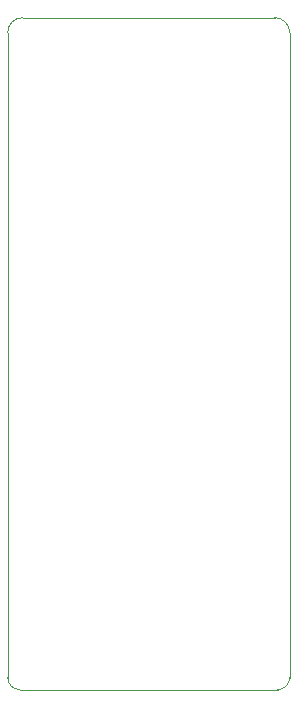
<source format=gbr>
%TF.GenerationSoftware,KiCad,Pcbnew,(6.0.4-0)*%
%TF.CreationDate,2022-11-07T18:10:51-07:00*%
%TF.ProjectId,ide_cable_select_switch,6964655f-6361-4626-9c65-5f73656c6563,rev?*%
%TF.SameCoordinates,Original*%
%TF.FileFunction,Profile,NP*%
%FSLAX46Y46*%
G04 Gerber Fmt 4.6, Leading zero omitted, Abs format (unit mm)*
G04 Created by KiCad (PCBNEW (6.0.4-0)) date 2022-11-07 18:10:51*
%MOMM*%
%LPD*%
G01*
G04 APERTURE LIST*
%TA.AperFunction,Profile*%
%ADD10C,0.100000*%
%TD*%
G04 APERTURE END LIST*
D10*
X166878000Y-114300000D02*
X166878000Y-59690000D01*
X165608000Y-58420000D02*
X144272000Y-58420000D01*
X144018000Y-115316000D02*
X165862000Y-115316000D01*
X143002000Y-114300000D02*
G75*
G03*
X144018000Y-115316000I1016000J0D01*
G01*
X165862000Y-115316000D02*
G75*
G03*
X166878000Y-114300000I0J1016000D01*
G01*
X166878000Y-59690000D02*
G75*
G03*
X165608000Y-58420000I-1270000J0D01*
G01*
X144272000Y-58420000D02*
G75*
G03*
X143002000Y-59690000I0J-1270000D01*
G01*
X143002000Y-59690000D02*
X143002001Y-114300000D01*
M02*

</source>
